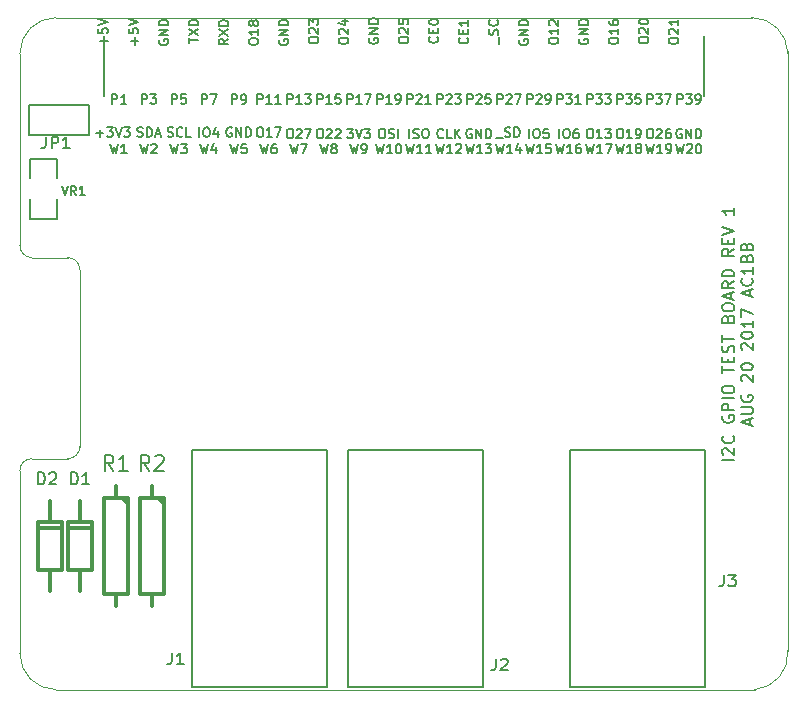
<source format=gto>
G04 (created by PCBNEW (2013-june-11)-stable) date Sun 20 Aug 2017 10:14:19 PM EDT*
%MOIN*%
G04 Gerber Fmt 3.4, Leading zero omitted, Abs format*
%FSLAX34Y34*%
G01*
G70*
G90*
G04 APERTURE LIST*
%ADD10C,0.00590551*%
%ADD11C,0.00787402*%
%ADD12C,0.00393701*%
%ADD13C,0.0125*%
%ADD14C,0.012*%
%ADD15C,0.005*%
%ADD16C,0.008*%
G04 APERTURE END LIST*
G54D10*
G54D11*
X86009Y-60740D02*
X85615Y-60740D01*
X85653Y-60571D02*
X85634Y-60552D01*
X85615Y-60515D01*
X85615Y-60421D01*
X85634Y-60383D01*
X85653Y-60365D01*
X85690Y-60346D01*
X85728Y-60346D01*
X85784Y-60365D01*
X86009Y-60590D01*
X86009Y-60346D01*
X85971Y-59952D02*
X85990Y-59971D01*
X86009Y-60027D01*
X86009Y-60065D01*
X85990Y-60121D01*
X85953Y-60158D01*
X85915Y-60177D01*
X85840Y-60196D01*
X85784Y-60196D01*
X85709Y-60177D01*
X85671Y-60158D01*
X85634Y-60121D01*
X85615Y-60065D01*
X85615Y-60027D01*
X85634Y-59971D01*
X85653Y-59952D01*
X85634Y-59277D02*
X85615Y-59315D01*
X85615Y-59371D01*
X85634Y-59427D01*
X85671Y-59465D01*
X85709Y-59484D01*
X85784Y-59502D01*
X85840Y-59502D01*
X85915Y-59484D01*
X85953Y-59465D01*
X85990Y-59427D01*
X86009Y-59371D01*
X86009Y-59334D01*
X85990Y-59277D01*
X85971Y-59259D01*
X85840Y-59259D01*
X85840Y-59334D01*
X86009Y-59090D02*
X85615Y-59090D01*
X85615Y-58940D01*
X85634Y-58902D01*
X85653Y-58884D01*
X85690Y-58865D01*
X85746Y-58865D01*
X85784Y-58884D01*
X85803Y-58902D01*
X85821Y-58940D01*
X85821Y-59090D01*
X86009Y-58696D02*
X85615Y-58696D01*
X85615Y-58434D02*
X85615Y-58359D01*
X85634Y-58321D01*
X85671Y-58284D01*
X85746Y-58265D01*
X85878Y-58265D01*
X85953Y-58284D01*
X85990Y-58321D01*
X86009Y-58359D01*
X86009Y-58434D01*
X85990Y-58471D01*
X85953Y-58509D01*
X85878Y-58527D01*
X85746Y-58527D01*
X85671Y-58509D01*
X85634Y-58471D01*
X85615Y-58434D01*
X85615Y-57852D02*
X85615Y-57627D01*
X86009Y-57740D02*
X85615Y-57740D01*
X85803Y-57496D02*
X85803Y-57365D01*
X86009Y-57309D02*
X86009Y-57496D01*
X85615Y-57496D01*
X85615Y-57309D01*
X85990Y-57159D02*
X86009Y-57103D01*
X86009Y-57009D01*
X85990Y-56971D01*
X85971Y-56953D01*
X85934Y-56934D01*
X85896Y-56934D01*
X85859Y-56953D01*
X85840Y-56971D01*
X85821Y-57009D01*
X85803Y-57084D01*
X85784Y-57121D01*
X85765Y-57140D01*
X85728Y-57159D01*
X85690Y-57159D01*
X85653Y-57140D01*
X85634Y-57121D01*
X85615Y-57084D01*
X85615Y-56990D01*
X85634Y-56934D01*
X85615Y-56821D02*
X85615Y-56596D01*
X86009Y-56709D02*
X85615Y-56709D01*
X85803Y-56034D02*
X85821Y-55978D01*
X85840Y-55959D01*
X85878Y-55940D01*
X85934Y-55940D01*
X85971Y-55959D01*
X85990Y-55978D01*
X86009Y-56015D01*
X86009Y-56165D01*
X85615Y-56165D01*
X85615Y-56034D01*
X85634Y-55996D01*
X85653Y-55978D01*
X85690Y-55959D01*
X85728Y-55959D01*
X85765Y-55978D01*
X85784Y-55996D01*
X85803Y-56034D01*
X85803Y-56165D01*
X85615Y-55696D02*
X85615Y-55621D01*
X85634Y-55584D01*
X85671Y-55547D01*
X85746Y-55528D01*
X85878Y-55528D01*
X85953Y-55547D01*
X85990Y-55584D01*
X86009Y-55621D01*
X86009Y-55696D01*
X85990Y-55734D01*
X85953Y-55771D01*
X85878Y-55790D01*
X85746Y-55790D01*
X85671Y-55771D01*
X85634Y-55734D01*
X85615Y-55696D01*
X85896Y-55378D02*
X85896Y-55190D01*
X86009Y-55415D02*
X85615Y-55284D01*
X86009Y-55153D01*
X86009Y-54797D02*
X85821Y-54928D01*
X86009Y-55022D02*
X85615Y-55022D01*
X85615Y-54872D01*
X85634Y-54834D01*
X85653Y-54815D01*
X85690Y-54797D01*
X85746Y-54797D01*
X85784Y-54815D01*
X85803Y-54834D01*
X85821Y-54872D01*
X85821Y-55022D01*
X86009Y-54628D02*
X85615Y-54628D01*
X85615Y-54534D01*
X85634Y-54478D01*
X85671Y-54440D01*
X85709Y-54422D01*
X85784Y-54403D01*
X85840Y-54403D01*
X85915Y-54422D01*
X85953Y-54440D01*
X85990Y-54478D01*
X86009Y-54534D01*
X86009Y-54628D01*
X86009Y-53709D02*
X85821Y-53840D01*
X86009Y-53934D02*
X85615Y-53934D01*
X85615Y-53784D01*
X85634Y-53747D01*
X85653Y-53728D01*
X85690Y-53709D01*
X85746Y-53709D01*
X85784Y-53728D01*
X85803Y-53747D01*
X85821Y-53784D01*
X85821Y-53934D01*
X85803Y-53541D02*
X85803Y-53409D01*
X86009Y-53353D02*
X86009Y-53541D01*
X85615Y-53541D01*
X85615Y-53353D01*
X85615Y-53241D02*
X86009Y-53109D01*
X85615Y-52978D01*
X86009Y-52341D02*
X86009Y-52566D01*
X86009Y-52453D02*
X85615Y-52453D01*
X85671Y-52491D01*
X85709Y-52528D01*
X85728Y-52566D01*
X86526Y-59568D02*
X86526Y-59380D01*
X86639Y-59605D02*
X86245Y-59474D01*
X86639Y-59343D01*
X86245Y-59212D02*
X86564Y-59212D01*
X86601Y-59193D01*
X86620Y-59174D01*
X86639Y-59137D01*
X86639Y-59062D01*
X86620Y-59024D01*
X86601Y-59005D01*
X86564Y-58987D01*
X86245Y-58987D01*
X86264Y-58593D02*
X86245Y-58630D01*
X86245Y-58687D01*
X86264Y-58743D01*
X86301Y-58780D01*
X86339Y-58799D01*
X86414Y-58818D01*
X86470Y-58818D01*
X86545Y-58799D01*
X86583Y-58780D01*
X86620Y-58743D01*
X86639Y-58687D01*
X86639Y-58649D01*
X86620Y-58593D01*
X86601Y-58574D01*
X86470Y-58574D01*
X86470Y-58649D01*
X86283Y-58124D02*
X86264Y-58106D01*
X86245Y-58068D01*
X86245Y-57974D01*
X86264Y-57937D01*
X86283Y-57918D01*
X86320Y-57899D01*
X86358Y-57899D01*
X86414Y-57918D01*
X86639Y-58143D01*
X86639Y-57899D01*
X86245Y-57656D02*
X86245Y-57618D01*
X86264Y-57581D01*
X86283Y-57562D01*
X86320Y-57543D01*
X86395Y-57524D01*
X86489Y-57524D01*
X86564Y-57543D01*
X86601Y-57562D01*
X86620Y-57581D01*
X86639Y-57618D01*
X86639Y-57656D01*
X86620Y-57693D01*
X86601Y-57712D01*
X86564Y-57731D01*
X86489Y-57749D01*
X86395Y-57749D01*
X86320Y-57731D01*
X86283Y-57712D01*
X86264Y-57693D01*
X86245Y-57656D01*
X86283Y-57074D02*
X86264Y-57056D01*
X86245Y-57018D01*
X86245Y-56924D01*
X86264Y-56887D01*
X86283Y-56868D01*
X86320Y-56849D01*
X86358Y-56849D01*
X86414Y-56868D01*
X86639Y-57093D01*
X86639Y-56849D01*
X86245Y-56606D02*
X86245Y-56568D01*
X86264Y-56531D01*
X86283Y-56512D01*
X86320Y-56493D01*
X86395Y-56475D01*
X86489Y-56475D01*
X86564Y-56493D01*
X86601Y-56512D01*
X86620Y-56531D01*
X86639Y-56568D01*
X86639Y-56606D01*
X86620Y-56643D01*
X86601Y-56662D01*
X86564Y-56681D01*
X86489Y-56699D01*
X86395Y-56699D01*
X86320Y-56681D01*
X86283Y-56662D01*
X86264Y-56643D01*
X86245Y-56606D01*
X86639Y-56100D02*
X86639Y-56325D01*
X86639Y-56212D02*
X86245Y-56212D01*
X86301Y-56250D01*
X86339Y-56287D01*
X86358Y-56325D01*
X86245Y-55968D02*
X86245Y-55706D01*
X86639Y-55875D01*
X86526Y-55275D02*
X86526Y-55087D01*
X86639Y-55312D02*
X86245Y-55181D01*
X86639Y-55050D01*
X86601Y-54693D02*
X86620Y-54712D01*
X86639Y-54768D01*
X86639Y-54806D01*
X86620Y-54862D01*
X86583Y-54900D01*
X86545Y-54918D01*
X86470Y-54937D01*
X86414Y-54937D01*
X86339Y-54918D01*
X86301Y-54900D01*
X86264Y-54862D01*
X86245Y-54806D01*
X86245Y-54768D01*
X86264Y-54712D01*
X86283Y-54693D01*
X86639Y-54319D02*
X86639Y-54544D01*
X86639Y-54431D02*
X86245Y-54431D01*
X86301Y-54469D01*
X86339Y-54506D01*
X86358Y-54544D01*
X86433Y-54019D02*
X86451Y-53962D01*
X86470Y-53944D01*
X86508Y-53925D01*
X86564Y-53925D01*
X86601Y-53944D01*
X86620Y-53962D01*
X86639Y-54000D01*
X86639Y-54150D01*
X86245Y-54150D01*
X86245Y-54019D01*
X86264Y-53981D01*
X86283Y-53962D01*
X86320Y-53944D01*
X86358Y-53944D01*
X86395Y-53962D01*
X86414Y-53981D01*
X86433Y-54019D01*
X86433Y-54150D01*
X86433Y-53625D02*
X86451Y-53569D01*
X86470Y-53550D01*
X86508Y-53531D01*
X86564Y-53531D01*
X86601Y-53550D01*
X86620Y-53569D01*
X86639Y-53606D01*
X86639Y-53756D01*
X86245Y-53756D01*
X86245Y-53625D01*
X86264Y-53587D01*
X86283Y-53569D01*
X86320Y-53550D01*
X86358Y-53550D01*
X86395Y-53569D01*
X86414Y-53587D01*
X86433Y-53625D01*
X86433Y-53756D01*
G54D12*
X63400Y-68400D02*
X86700Y-68400D01*
X86600Y-46000D02*
X63400Y-46000D01*
X87800Y-47200D02*
G75*
G03X86600Y-46000I-1200J0D01*
G74*
G01*
X62200Y-61100D02*
X62200Y-67200D01*
X62600Y-60700D02*
X63800Y-60700D01*
X64200Y-54400D02*
X64200Y-60300D01*
X62600Y-54000D02*
X63800Y-54000D01*
X62200Y-47200D02*
X62200Y-53600D01*
X63400Y-46000D02*
G75*
G03X62200Y-47200I0J-1200D01*
G74*
G01*
X87800Y-67100D02*
X87800Y-47100D01*
X64200Y-54400D02*
G75*
G03X63800Y-54000I-400J0D01*
G74*
G01*
X63800Y-60700D02*
G75*
G03X64200Y-60300I0J400D01*
G74*
G01*
X62600Y-60700D02*
G75*
G03X62200Y-61100I0J-400D01*
G74*
G01*
X62200Y-53600D02*
G75*
G03X62600Y-54000I400J0D01*
G74*
G01*
X62200Y-67200D02*
G75*
G03X63400Y-68400I1200J0D01*
G74*
G01*
X86700Y-68399D02*
G75*
G03X87799Y-67099I-100J1199D01*
G74*
G01*
G54D10*
X85044Y-60425D02*
X80555Y-60425D01*
X80555Y-60425D02*
X80555Y-68299D01*
X80555Y-68299D02*
X85044Y-68299D01*
X85044Y-68299D02*
X85044Y-60425D01*
X77644Y-60425D02*
X73155Y-60425D01*
X73155Y-60425D02*
X73155Y-68299D01*
X73155Y-68299D02*
X77644Y-68299D01*
X77644Y-68299D02*
X77644Y-60425D01*
X72444Y-60425D02*
X67955Y-60425D01*
X67955Y-60425D02*
X67955Y-68299D01*
X67955Y-68299D02*
X72444Y-68299D01*
X72444Y-68299D02*
X72444Y-60425D01*
X64500Y-49900D02*
X62500Y-49900D01*
X62500Y-49900D02*
X62500Y-48900D01*
X62500Y-48900D02*
X64500Y-48900D01*
X64500Y-48900D02*
X64500Y-49900D01*
G54D13*
X64200Y-62800D02*
X64200Y-62100D01*
X64200Y-64400D02*
X64200Y-65100D01*
X63800Y-63000D02*
X64600Y-63000D01*
X63800Y-64400D02*
X64600Y-64400D01*
X64600Y-64400D02*
X64600Y-62800D01*
X64600Y-62800D02*
X63800Y-62800D01*
X63800Y-62800D02*
X63800Y-64400D01*
X63200Y-62800D02*
X63200Y-62100D01*
X63200Y-64400D02*
X63200Y-65100D01*
X62800Y-63000D02*
X63600Y-63000D01*
X62800Y-64400D02*
X63600Y-64400D01*
X63600Y-64400D02*
X63600Y-62800D01*
X63600Y-62800D02*
X62800Y-62800D01*
X62800Y-62800D02*
X62800Y-64400D01*
G54D14*
X66600Y-61600D02*
X66600Y-62000D01*
X66600Y-62000D02*
X67000Y-62000D01*
X67000Y-62000D02*
X67000Y-65200D01*
X67000Y-65200D02*
X66200Y-65200D01*
X66200Y-65200D02*
X66200Y-62000D01*
X66200Y-62000D02*
X66600Y-62000D01*
X66800Y-62000D02*
X67000Y-62200D01*
X66600Y-65600D02*
X66600Y-65200D01*
X65400Y-61600D02*
X65400Y-62000D01*
X65400Y-62000D02*
X65800Y-62000D01*
X65800Y-62000D02*
X65800Y-65200D01*
X65800Y-65200D02*
X65000Y-65200D01*
X65000Y-65200D02*
X65000Y-62000D01*
X65000Y-62000D02*
X65400Y-62000D01*
X65600Y-62000D02*
X65800Y-62200D01*
X65400Y-65600D02*
X65400Y-65200D01*
G54D15*
X63450Y-50700D02*
X62550Y-50700D01*
X62550Y-50700D02*
X62550Y-51350D01*
X63450Y-52050D02*
X63450Y-52700D01*
X63450Y-52700D02*
X62550Y-52700D01*
X62550Y-52700D02*
X62550Y-52050D01*
X63450Y-51350D02*
X63450Y-50700D01*
G54D10*
X65000Y-48600D02*
X65000Y-46600D01*
X85000Y-46600D02*
X85000Y-48600D01*
X85668Y-64565D02*
X85668Y-64846D01*
X85650Y-64903D01*
X85612Y-64940D01*
X85556Y-64959D01*
X85518Y-64959D01*
X85818Y-64565D02*
X86062Y-64565D01*
X85931Y-64715D01*
X85987Y-64715D01*
X86024Y-64734D01*
X86043Y-64753D01*
X86062Y-64790D01*
X86062Y-64884D01*
X86043Y-64921D01*
X86024Y-64940D01*
X85987Y-64959D01*
X85874Y-64959D01*
X85837Y-64940D01*
X85818Y-64921D01*
X78068Y-67365D02*
X78068Y-67646D01*
X78050Y-67703D01*
X78012Y-67740D01*
X77956Y-67759D01*
X77918Y-67759D01*
X78237Y-67403D02*
X78256Y-67384D01*
X78293Y-67365D01*
X78387Y-67365D01*
X78424Y-67384D01*
X78443Y-67403D01*
X78462Y-67440D01*
X78462Y-67478D01*
X78443Y-67534D01*
X78218Y-67759D01*
X78462Y-67759D01*
X67268Y-67165D02*
X67268Y-67446D01*
X67250Y-67503D01*
X67212Y-67540D01*
X67156Y-67559D01*
X67118Y-67559D01*
X67662Y-67559D02*
X67437Y-67559D01*
X67549Y-67559D02*
X67549Y-67165D01*
X67512Y-67221D01*
X67474Y-67259D01*
X67437Y-67278D01*
X63071Y-49965D02*
X63071Y-50246D01*
X63053Y-50303D01*
X63015Y-50340D01*
X62959Y-50359D01*
X62921Y-50359D01*
X63259Y-50359D02*
X63259Y-49965D01*
X63409Y-49965D01*
X63446Y-49984D01*
X63465Y-50003D01*
X63484Y-50040D01*
X63484Y-50096D01*
X63465Y-50134D01*
X63446Y-50153D01*
X63409Y-50171D01*
X63259Y-50171D01*
X63859Y-50359D02*
X63634Y-50359D01*
X63746Y-50359D02*
X63746Y-49965D01*
X63709Y-50021D01*
X63671Y-50059D01*
X63634Y-50078D01*
G54D16*
X63904Y-61561D02*
X63904Y-61161D01*
X64000Y-61161D01*
X64057Y-61180D01*
X64095Y-61219D01*
X64114Y-61257D01*
X64133Y-61333D01*
X64133Y-61390D01*
X64114Y-61466D01*
X64095Y-61504D01*
X64057Y-61542D01*
X64000Y-61561D01*
X63904Y-61561D01*
X64514Y-61561D02*
X64285Y-61561D01*
X64400Y-61561D02*
X64400Y-61161D01*
X64361Y-61219D01*
X64323Y-61257D01*
X64285Y-61276D01*
X62804Y-61561D02*
X62804Y-61161D01*
X62900Y-61161D01*
X62957Y-61180D01*
X62995Y-61219D01*
X63014Y-61257D01*
X63033Y-61333D01*
X63033Y-61390D01*
X63014Y-61466D01*
X62995Y-61504D01*
X62957Y-61542D01*
X62900Y-61561D01*
X62804Y-61561D01*
X63185Y-61200D02*
X63204Y-61180D01*
X63242Y-61161D01*
X63338Y-61161D01*
X63376Y-61180D01*
X63395Y-61200D01*
X63414Y-61238D01*
X63414Y-61276D01*
X63395Y-61333D01*
X63166Y-61561D01*
X63414Y-61561D01*
X66516Y-61122D02*
X66350Y-60860D01*
X66230Y-61122D02*
X66230Y-60572D01*
X66421Y-60572D01*
X66469Y-60598D01*
X66492Y-60625D01*
X66516Y-60677D01*
X66516Y-60755D01*
X66492Y-60808D01*
X66469Y-60834D01*
X66421Y-60860D01*
X66230Y-60860D01*
X66707Y-60625D02*
X66730Y-60598D01*
X66778Y-60572D01*
X66897Y-60572D01*
X66945Y-60598D01*
X66969Y-60625D01*
X66992Y-60677D01*
X66992Y-60729D01*
X66969Y-60808D01*
X66683Y-61122D01*
X66992Y-61122D01*
X65316Y-61122D02*
X65150Y-60860D01*
X65030Y-61122D02*
X65030Y-60572D01*
X65221Y-60572D01*
X65269Y-60598D01*
X65292Y-60625D01*
X65316Y-60677D01*
X65316Y-60755D01*
X65292Y-60808D01*
X65269Y-60834D01*
X65221Y-60860D01*
X65030Y-60860D01*
X65792Y-61122D02*
X65507Y-61122D01*
X65650Y-61122D02*
X65650Y-60572D01*
X65602Y-60651D01*
X65554Y-60703D01*
X65507Y-60729D01*
G54D15*
X63607Y-51621D02*
X63707Y-51921D01*
X63807Y-51621D01*
X64078Y-51921D02*
X63978Y-51778D01*
X63907Y-51921D02*
X63907Y-51621D01*
X64021Y-51621D01*
X64050Y-51635D01*
X64064Y-51650D01*
X64078Y-51678D01*
X64078Y-51721D01*
X64064Y-51750D01*
X64050Y-51764D01*
X64021Y-51778D01*
X63907Y-51778D01*
X64364Y-51921D02*
X64192Y-51921D01*
X64278Y-51921D02*
X64278Y-51621D01*
X64250Y-51664D01*
X64221Y-51692D01*
X64192Y-51707D01*
G54D10*
X73852Y-46689D02*
X73837Y-46719D01*
X73837Y-46764D01*
X73852Y-46809D01*
X73882Y-46839D01*
X73912Y-46854D01*
X73972Y-46869D01*
X74017Y-46869D01*
X74077Y-46854D01*
X74107Y-46839D01*
X74137Y-46809D01*
X74152Y-46764D01*
X74152Y-46734D01*
X74137Y-46689D01*
X74122Y-46674D01*
X74017Y-46674D01*
X74017Y-46734D01*
X74152Y-46539D02*
X73837Y-46539D01*
X74152Y-46360D01*
X73837Y-46360D01*
X74152Y-46210D02*
X73837Y-46210D01*
X73837Y-46135D01*
X73852Y-46090D01*
X73882Y-46060D01*
X73912Y-46045D01*
X73972Y-46030D01*
X74017Y-46030D01*
X74077Y-46045D01*
X74107Y-46060D01*
X74137Y-46090D01*
X74152Y-46135D01*
X74152Y-46210D01*
X72837Y-46804D02*
X72837Y-46744D01*
X72852Y-46714D01*
X72882Y-46684D01*
X72942Y-46669D01*
X73047Y-46669D01*
X73107Y-46684D01*
X73137Y-46714D01*
X73152Y-46744D01*
X73152Y-46804D01*
X73137Y-46834D01*
X73107Y-46864D01*
X73047Y-46879D01*
X72942Y-46879D01*
X72882Y-46864D01*
X72852Y-46834D01*
X72837Y-46804D01*
X72867Y-46549D02*
X72852Y-46534D01*
X72837Y-46504D01*
X72837Y-46430D01*
X72852Y-46400D01*
X72867Y-46385D01*
X72897Y-46370D01*
X72927Y-46370D01*
X72972Y-46385D01*
X73152Y-46564D01*
X73152Y-46370D01*
X72942Y-46100D02*
X73152Y-46100D01*
X72822Y-46175D02*
X73047Y-46250D01*
X73047Y-46055D01*
X71837Y-46779D02*
X71837Y-46719D01*
X71852Y-46689D01*
X71882Y-46659D01*
X71942Y-46644D01*
X72047Y-46644D01*
X72107Y-46659D01*
X72137Y-46689D01*
X72152Y-46719D01*
X72152Y-46779D01*
X72137Y-46809D01*
X72107Y-46839D01*
X72047Y-46854D01*
X71942Y-46854D01*
X71882Y-46839D01*
X71852Y-46809D01*
X71837Y-46779D01*
X71867Y-46524D02*
X71852Y-46509D01*
X71837Y-46479D01*
X71837Y-46405D01*
X71852Y-46375D01*
X71867Y-46360D01*
X71897Y-46345D01*
X71927Y-46345D01*
X71972Y-46360D01*
X72152Y-46539D01*
X72152Y-46345D01*
X71837Y-46240D02*
X71837Y-46045D01*
X71957Y-46150D01*
X71957Y-46105D01*
X71972Y-46075D01*
X71987Y-46060D01*
X72017Y-46045D01*
X72092Y-46045D01*
X72122Y-46060D01*
X72137Y-46075D01*
X72152Y-46105D01*
X72152Y-46195D01*
X72137Y-46225D01*
X72122Y-46240D01*
X70852Y-46739D02*
X70837Y-46769D01*
X70837Y-46814D01*
X70852Y-46859D01*
X70882Y-46889D01*
X70912Y-46904D01*
X70972Y-46919D01*
X71017Y-46919D01*
X71077Y-46904D01*
X71107Y-46889D01*
X71137Y-46859D01*
X71152Y-46814D01*
X71152Y-46784D01*
X71137Y-46739D01*
X71122Y-46724D01*
X71017Y-46724D01*
X71017Y-46784D01*
X71152Y-46589D02*
X70837Y-46589D01*
X71152Y-46410D01*
X70837Y-46410D01*
X71152Y-46260D02*
X70837Y-46260D01*
X70837Y-46185D01*
X70852Y-46140D01*
X70882Y-46110D01*
X70912Y-46095D01*
X70972Y-46080D01*
X71017Y-46080D01*
X71077Y-46095D01*
X71107Y-46110D01*
X71137Y-46140D01*
X71152Y-46185D01*
X71152Y-46260D01*
X69837Y-46829D02*
X69837Y-46769D01*
X69852Y-46739D01*
X69882Y-46709D01*
X69942Y-46694D01*
X70047Y-46694D01*
X70107Y-46709D01*
X70137Y-46739D01*
X70152Y-46769D01*
X70152Y-46829D01*
X70137Y-46859D01*
X70107Y-46889D01*
X70047Y-46904D01*
X69942Y-46904D01*
X69882Y-46889D01*
X69852Y-46859D01*
X69837Y-46829D01*
X70152Y-46395D02*
X70152Y-46574D01*
X70152Y-46485D02*
X69837Y-46485D01*
X69882Y-46514D01*
X69912Y-46544D01*
X69927Y-46574D01*
X69972Y-46215D02*
X69957Y-46245D01*
X69942Y-46260D01*
X69912Y-46275D01*
X69897Y-46275D01*
X69867Y-46260D01*
X69852Y-46245D01*
X69837Y-46215D01*
X69837Y-46155D01*
X69852Y-46125D01*
X69867Y-46110D01*
X69897Y-46095D01*
X69912Y-46095D01*
X69942Y-46110D01*
X69957Y-46125D01*
X69972Y-46155D01*
X69972Y-46215D01*
X69987Y-46245D01*
X70002Y-46260D01*
X70032Y-46275D01*
X70092Y-46275D01*
X70122Y-46260D01*
X70137Y-46245D01*
X70152Y-46215D01*
X70152Y-46155D01*
X70137Y-46125D01*
X70122Y-46110D01*
X70092Y-46095D01*
X70032Y-46095D01*
X70002Y-46110D01*
X69987Y-46125D01*
X69972Y-46155D01*
X69152Y-46709D02*
X69002Y-46814D01*
X69152Y-46889D02*
X68837Y-46889D01*
X68837Y-46769D01*
X68852Y-46739D01*
X68867Y-46724D01*
X68897Y-46709D01*
X68942Y-46709D01*
X68972Y-46724D01*
X68987Y-46739D01*
X69002Y-46769D01*
X69002Y-46889D01*
X68837Y-46604D02*
X69152Y-46395D01*
X68837Y-46395D02*
X69152Y-46604D01*
X69152Y-46275D02*
X68837Y-46275D01*
X68837Y-46200D01*
X68852Y-46155D01*
X68882Y-46125D01*
X68912Y-46110D01*
X68972Y-46095D01*
X69017Y-46095D01*
X69077Y-46110D01*
X69107Y-46125D01*
X69137Y-46155D01*
X69152Y-46200D01*
X69152Y-46275D01*
X67837Y-46847D02*
X67837Y-46667D01*
X68152Y-46757D02*
X67837Y-46757D01*
X67837Y-46592D02*
X68152Y-46382D01*
X67837Y-46382D02*
X68152Y-46592D01*
X68152Y-46262D02*
X67837Y-46262D01*
X67837Y-46187D01*
X67852Y-46142D01*
X67882Y-46112D01*
X67912Y-46097D01*
X67972Y-46082D01*
X68017Y-46082D01*
X68077Y-46097D01*
X68107Y-46112D01*
X68137Y-46142D01*
X68152Y-46187D01*
X68152Y-46262D01*
X66852Y-46739D02*
X66837Y-46769D01*
X66837Y-46814D01*
X66852Y-46859D01*
X66882Y-46889D01*
X66912Y-46904D01*
X66972Y-46919D01*
X67017Y-46919D01*
X67077Y-46904D01*
X67107Y-46889D01*
X67137Y-46859D01*
X67152Y-46814D01*
X67152Y-46784D01*
X67137Y-46739D01*
X67122Y-46724D01*
X67017Y-46724D01*
X67017Y-46784D01*
X67152Y-46589D02*
X66837Y-46589D01*
X67152Y-46410D01*
X66837Y-46410D01*
X67152Y-46260D02*
X66837Y-46260D01*
X66837Y-46185D01*
X66852Y-46140D01*
X66882Y-46110D01*
X66912Y-46095D01*
X66972Y-46080D01*
X67017Y-46080D01*
X67077Y-46095D01*
X67107Y-46110D01*
X67137Y-46140D01*
X67152Y-46185D01*
X67152Y-46260D01*
X66032Y-46904D02*
X66032Y-46664D01*
X66152Y-46784D02*
X65912Y-46784D01*
X65837Y-46365D02*
X65837Y-46514D01*
X65987Y-46529D01*
X65972Y-46514D01*
X65957Y-46485D01*
X65957Y-46410D01*
X65972Y-46380D01*
X65987Y-46365D01*
X66017Y-46350D01*
X66092Y-46350D01*
X66122Y-46365D01*
X66137Y-46380D01*
X66152Y-46410D01*
X66152Y-46485D01*
X66137Y-46514D01*
X66122Y-46529D01*
X65837Y-46260D02*
X66152Y-46155D01*
X65837Y-46050D01*
X65007Y-46904D02*
X65007Y-46664D01*
X65127Y-46784D02*
X64887Y-46784D01*
X64812Y-46365D02*
X64812Y-46514D01*
X64962Y-46529D01*
X64947Y-46514D01*
X64932Y-46485D01*
X64932Y-46410D01*
X64947Y-46380D01*
X64962Y-46365D01*
X64992Y-46350D01*
X65067Y-46350D01*
X65097Y-46365D01*
X65112Y-46380D01*
X65127Y-46410D01*
X65127Y-46485D01*
X65112Y-46514D01*
X65097Y-46529D01*
X64812Y-46260D02*
X65127Y-46155D01*
X64812Y-46050D01*
X71117Y-48877D02*
X71117Y-48562D01*
X71237Y-48562D01*
X71267Y-48577D01*
X71282Y-48592D01*
X71297Y-48622D01*
X71297Y-48667D01*
X71282Y-48697D01*
X71267Y-48712D01*
X71237Y-48727D01*
X71117Y-48727D01*
X71597Y-48877D02*
X71417Y-48877D01*
X71507Y-48877D02*
X71507Y-48562D01*
X71477Y-48607D01*
X71447Y-48637D01*
X71417Y-48652D01*
X71702Y-48562D02*
X71897Y-48562D01*
X71792Y-48682D01*
X71837Y-48682D01*
X71867Y-48697D01*
X71882Y-48712D01*
X71897Y-48742D01*
X71897Y-48817D01*
X71882Y-48847D01*
X71867Y-48862D01*
X71837Y-48877D01*
X71747Y-48877D01*
X71717Y-48862D01*
X71702Y-48847D01*
X71170Y-49712D02*
X71230Y-49712D01*
X71260Y-49727D01*
X71290Y-49757D01*
X71305Y-49817D01*
X71305Y-49922D01*
X71290Y-49982D01*
X71260Y-50012D01*
X71230Y-50027D01*
X71170Y-50027D01*
X71140Y-50012D01*
X71110Y-49982D01*
X71095Y-49922D01*
X71095Y-49817D01*
X71110Y-49757D01*
X71140Y-49727D01*
X71170Y-49712D01*
X71425Y-49742D02*
X71440Y-49727D01*
X71470Y-49712D01*
X71544Y-49712D01*
X71574Y-49727D01*
X71589Y-49742D01*
X71604Y-49772D01*
X71604Y-49802D01*
X71589Y-49847D01*
X71410Y-50027D01*
X71604Y-50027D01*
X71709Y-49712D02*
X71919Y-49712D01*
X71784Y-50027D01*
X70117Y-48877D02*
X70117Y-48562D01*
X70237Y-48562D01*
X70267Y-48577D01*
X70282Y-48592D01*
X70297Y-48622D01*
X70297Y-48667D01*
X70282Y-48697D01*
X70267Y-48712D01*
X70237Y-48727D01*
X70117Y-48727D01*
X70597Y-48877D02*
X70417Y-48877D01*
X70507Y-48877D02*
X70507Y-48562D01*
X70477Y-48607D01*
X70447Y-48637D01*
X70417Y-48652D01*
X70897Y-48877D02*
X70717Y-48877D01*
X70807Y-48877D02*
X70807Y-48562D01*
X70777Y-48607D01*
X70747Y-48637D01*
X70717Y-48652D01*
X70170Y-49662D02*
X70230Y-49662D01*
X70260Y-49677D01*
X70290Y-49707D01*
X70305Y-49767D01*
X70305Y-49872D01*
X70290Y-49932D01*
X70260Y-49962D01*
X70230Y-49977D01*
X70170Y-49977D01*
X70140Y-49962D01*
X70110Y-49932D01*
X70095Y-49872D01*
X70095Y-49767D01*
X70110Y-49707D01*
X70140Y-49677D01*
X70170Y-49662D01*
X70604Y-49977D02*
X70425Y-49977D01*
X70514Y-49977D02*
X70514Y-49662D01*
X70485Y-49707D01*
X70455Y-49737D01*
X70425Y-49752D01*
X70709Y-49662D02*
X70919Y-49662D01*
X70784Y-49977D01*
X69267Y-48877D02*
X69267Y-48562D01*
X69387Y-48562D01*
X69417Y-48577D01*
X69432Y-48592D01*
X69447Y-48622D01*
X69447Y-48667D01*
X69432Y-48697D01*
X69417Y-48712D01*
X69387Y-48727D01*
X69267Y-48727D01*
X69597Y-48877D02*
X69657Y-48877D01*
X69687Y-48862D01*
X69702Y-48847D01*
X69732Y-48802D01*
X69747Y-48742D01*
X69747Y-48622D01*
X69732Y-48592D01*
X69717Y-48577D01*
X69687Y-48562D01*
X69627Y-48562D01*
X69597Y-48577D01*
X69582Y-48592D01*
X69567Y-48622D01*
X69567Y-48697D01*
X69582Y-48727D01*
X69597Y-48742D01*
X69627Y-48757D01*
X69687Y-48757D01*
X69717Y-48742D01*
X69732Y-48727D01*
X69747Y-48697D01*
X69260Y-49677D02*
X69230Y-49662D01*
X69185Y-49662D01*
X69140Y-49677D01*
X69110Y-49707D01*
X69095Y-49737D01*
X69080Y-49797D01*
X69080Y-49842D01*
X69095Y-49902D01*
X69110Y-49932D01*
X69140Y-49962D01*
X69185Y-49977D01*
X69215Y-49977D01*
X69260Y-49962D01*
X69275Y-49947D01*
X69275Y-49842D01*
X69215Y-49842D01*
X69410Y-49977D02*
X69410Y-49662D01*
X69589Y-49977D01*
X69589Y-49662D01*
X69739Y-49977D02*
X69739Y-49662D01*
X69814Y-49662D01*
X69859Y-49677D01*
X69889Y-49707D01*
X69904Y-49737D01*
X69919Y-49797D01*
X69919Y-49842D01*
X69904Y-49902D01*
X69889Y-49932D01*
X69859Y-49962D01*
X69814Y-49977D01*
X69739Y-49977D01*
X68267Y-48877D02*
X68267Y-48562D01*
X68387Y-48562D01*
X68417Y-48577D01*
X68432Y-48592D01*
X68447Y-48622D01*
X68447Y-48667D01*
X68432Y-48697D01*
X68417Y-48712D01*
X68387Y-48727D01*
X68267Y-48727D01*
X68552Y-48562D02*
X68762Y-48562D01*
X68627Y-48877D01*
X68185Y-49977D02*
X68185Y-49662D01*
X68395Y-49662D02*
X68455Y-49662D01*
X68485Y-49677D01*
X68514Y-49707D01*
X68529Y-49767D01*
X68529Y-49872D01*
X68514Y-49932D01*
X68485Y-49962D01*
X68455Y-49977D01*
X68395Y-49977D01*
X68365Y-49962D01*
X68335Y-49932D01*
X68320Y-49872D01*
X68320Y-49767D01*
X68335Y-49707D01*
X68365Y-49677D01*
X68395Y-49662D01*
X68799Y-49767D02*
X68799Y-49977D01*
X68724Y-49647D02*
X68649Y-49872D01*
X68844Y-49872D01*
X67267Y-48877D02*
X67267Y-48562D01*
X67387Y-48562D01*
X67417Y-48577D01*
X67432Y-48592D01*
X67447Y-48622D01*
X67447Y-48667D01*
X67432Y-48697D01*
X67417Y-48712D01*
X67387Y-48727D01*
X67267Y-48727D01*
X67732Y-48562D02*
X67582Y-48562D01*
X67567Y-48712D01*
X67582Y-48697D01*
X67612Y-48682D01*
X67687Y-48682D01*
X67717Y-48697D01*
X67732Y-48712D01*
X67747Y-48742D01*
X67747Y-48817D01*
X67732Y-48847D01*
X67717Y-48862D01*
X67687Y-48877D01*
X67612Y-48877D01*
X67582Y-48862D01*
X67567Y-48847D01*
X67125Y-49962D02*
X67170Y-49977D01*
X67245Y-49977D01*
X67275Y-49962D01*
X67290Y-49947D01*
X67305Y-49917D01*
X67305Y-49887D01*
X67290Y-49857D01*
X67275Y-49842D01*
X67245Y-49827D01*
X67185Y-49812D01*
X67155Y-49797D01*
X67140Y-49782D01*
X67125Y-49752D01*
X67125Y-49722D01*
X67140Y-49692D01*
X67155Y-49677D01*
X67185Y-49662D01*
X67260Y-49662D01*
X67305Y-49677D01*
X67619Y-49947D02*
X67604Y-49962D01*
X67559Y-49977D01*
X67529Y-49977D01*
X67485Y-49962D01*
X67455Y-49932D01*
X67440Y-49902D01*
X67425Y-49842D01*
X67425Y-49797D01*
X67440Y-49737D01*
X67455Y-49707D01*
X67485Y-49677D01*
X67529Y-49662D01*
X67559Y-49662D01*
X67604Y-49677D01*
X67619Y-49692D01*
X67904Y-49977D02*
X67754Y-49977D01*
X67754Y-49662D01*
X65267Y-48877D02*
X65267Y-48562D01*
X65387Y-48562D01*
X65417Y-48577D01*
X65432Y-48592D01*
X65447Y-48622D01*
X65447Y-48667D01*
X65432Y-48697D01*
X65417Y-48712D01*
X65387Y-48727D01*
X65267Y-48727D01*
X65747Y-48877D02*
X65567Y-48877D01*
X65657Y-48877D02*
X65657Y-48562D01*
X65627Y-48607D01*
X65597Y-48637D01*
X65567Y-48652D01*
X64745Y-49857D02*
X64985Y-49857D01*
X64865Y-49977D02*
X64865Y-49737D01*
X65105Y-49662D02*
X65300Y-49662D01*
X65195Y-49782D01*
X65240Y-49782D01*
X65270Y-49797D01*
X65285Y-49812D01*
X65300Y-49842D01*
X65300Y-49917D01*
X65285Y-49947D01*
X65270Y-49962D01*
X65240Y-49977D01*
X65150Y-49977D01*
X65120Y-49962D01*
X65105Y-49947D01*
X65389Y-49662D02*
X65494Y-49977D01*
X65599Y-49662D01*
X65674Y-49662D02*
X65869Y-49662D01*
X65764Y-49782D01*
X65809Y-49782D01*
X65839Y-49797D01*
X65854Y-49812D01*
X65869Y-49842D01*
X65869Y-49917D01*
X65854Y-49947D01*
X65839Y-49962D01*
X65809Y-49977D01*
X65719Y-49977D01*
X65689Y-49962D01*
X65674Y-49947D01*
X66267Y-48877D02*
X66267Y-48562D01*
X66387Y-48562D01*
X66417Y-48577D01*
X66432Y-48592D01*
X66447Y-48622D01*
X66447Y-48667D01*
X66432Y-48697D01*
X66417Y-48712D01*
X66387Y-48727D01*
X66267Y-48727D01*
X66552Y-48562D02*
X66747Y-48562D01*
X66642Y-48682D01*
X66687Y-48682D01*
X66717Y-48697D01*
X66732Y-48712D01*
X66747Y-48742D01*
X66747Y-48817D01*
X66732Y-48847D01*
X66717Y-48862D01*
X66687Y-48877D01*
X66597Y-48877D01*
X66567Y-48862D01*
X66552Y-48847D01*
X66117Y-49962D02*
X66162Y-49977D01*
X66237Y-49977D01*
X66267Y-49962D01*
X66282Y-49947D01*
X66297Y-49917D01*
X66297Y-49887D01*
X66282Y-49857D01*
X66267Y-49842D01*
X66237Y-49827D01*
X66177Y-49812D01*
X66147Y-49797D01*
X66132Y-49782D01*
X66117Y-49752D01*
X66117Y-49722D01*
X66132Y-49692D01*
X66147Y-49677D01*
X66177Y-49662D01*
X66252Y-49662D01*
X66297Y-49677D01*
X66432Y-49977D02*
X66432Y-49662D01*
X66507Y-49662D01*
X66552Y-49677D01*
X66582Y-49707D01*
X66597Y-49737D01*
X66612Y-49797D01*
X66612Y-49842D01*
X66597Y-49902D01*
X66582Y-49932D01*
X66552Y-49962D01*
X66507Y-49977D01*
X66432Y-49977D01*
X66732Y-49887D02*
X66882Y-49887D01*
X66702Y-49977D02*
X66807Y-49662D01*
X66912Y-49977D01*
X76117Y-48877D02*
X76117Y-48562D01*
X76237Y-48562D01*
X76267Y-48577D01*
X76282Y-48592D01*
X76297Y-48622D01*
X76297Y-48667D01*
X76282Y-48697D01*
X76267Y-48712D01*
X76237Y-48727D01*
X76117Y-48727D01*
X76417Y-48592D02*
X76432Y-48577D01*
X76462Y-48562D01*
X76537Y-48562D01*
X76567Y-48577D01*
X76582Y-48592D01*
X76597Y-48622D01*
X76597Y-48652D01*
X76582Y-48697D01*
X76402Y-48877D01*
X76597Y-48877D01*
X76702Y-48562D02*
X76897Y-48562D01*
X76792Y-48682D01*
X76837Y-48682D01*
X76867Y-48697D01*
X76882Y-48712D01*
X76897Y-48742D01*
X76897Y-48817D01*
X76882Y-48847D01*
X76867Y-48862D01*
X76837Y-48877D01*
X76747Y-48877D01*
X76717Y-48862D01*
X76702Y-48847D01*
X76312Y-49997D02*
X76297Y-50012D01*
X76252Y-50027D01*
X76222Y-50027D01*
X76177Y-50012D01*
X76147Y-49982D01*
X76132Y-49952D01*
X76117Y-49892D01*
X76117Y-49847D01*
X76132Y-49787D01*
X76147Y-49757D01*
X76177Y-49727D01*
X76222Y-49712D01*
X76252Y-49712D01*
X76297Y-49727D01*
X76312Y-49742D01*
X76597Y-50027D02*
X76447Y-50027D01*
X76447Y-49712D01*
X76702Y-50027D02*
X76702Y-49712D01*
X76882Y-50027D02*
X76747Y-49847D01*
X76882Y-49712D02*
X76702Y-49892D01*
X75117Y-48877D02*
X75117Y-48562D01*
X75237Y-48562D01*
X75267Y-48577D01*
X75282Y-48592D01*
X75297Y-48622D01*
X75297Y-48667D01*
X75282Y-48697D01*
X75267Y-48712D01*
X75237Y-48727D01*
X75117Y-48727D01*
X75417Y-48592D02*
X75432Y-48577D01*
X75462Y-48562D01*
X75537Y-48562D01*
X75567Y-48577D01*
X75582Y-48592D01*
X75597Y-48622D01*
X75597Y-48652D01*
X75582Y-48697D01*
X75402Y-48877D01*
X75597Y-48877D01*
X75897Y-48877D02*
X75717Y-48877D01*
X75807Y-48877D02*
X75807Y-48562D01*
X75777Y-48607D01*
X75747Y-48637D01*
X75717Y-48652D01*
X75185Y-50027D02*
X75185Y-49712D01*
X75320Y-50012D02*
X75365Y-50027D01*
X75440Y-50027D01*
X75470Y-50012D01*
X75485Y-49997D01*
X75500Y-49967D01*
X75500Y-49937D01*
X75485Y-49907D01*
X75470Y-49892D01*
X75440Y-49877D01*
X75380Y-49862D01*
X75350Y-49847D01*
X75335Y-49832D01*
X75320Y-49802D01*
X75320Y-49772D01*
X75335Y-49742D01*
X75350Y-49727D01*
X75380Y-49712D01*
X75455Y-49712D01*
X75500Y-49727D01*
X75694Y-49712D02*
X75754Y-49712D01*
X75784Y-49727D01*
X75814Y-49757D01*
X75829Y-49817D01*
X75829Y-49922D01*
X75814Y-49982D01*
X75784Y-50012D01*
X75754Y-50027D01*
X75694Y-50027D01*
X75664Y-50012D01*
X75634Y-49982D01*
X75619Y-49922D01*
X75619Y-49817D01*
X75634Y-49757D01*
X75664Y-49727D01*
X75694Y-49712D01*
X76122Y-46644D02*
X76137Y-46659D01*
X76152Y-46704D01*
X76152Y-46734D01*
X76137Y-46779D01*
X76107Y-46809D01*
X76077Y-46824D01*
X76017Y-46839D01*
X75972Y-46839D01*
X75912Y-46824D01*
X75882Y-46809D01*
X75852Y-46779D01*
X75837Y-46734D01*
X75837Y-46704D01*
X75852Y-46659D01*
X75867Y-46644D01*
X75987Y-46509D02*
X75987Y-46405D01*
X76152Y-46360D02*
X76152Y-46509D01*
X75837Y-46509D01*
X75837Y-46360D01*
X75837Y-46165D02*
X75837Y-46135D01*
X75852Y-46105D01*
X75867Y-46090D01*
X75897Y-46075D01*
X75957Y-46060D01*
X76032Y-46060D01*
X76092Y-46075D01*
X76122Y-46090D01*
X76137Y-46105D01*
X76152Y-46135D01*
X76152Y-46165D01*
X76137Y-46195D01*
X76122Y-46210D01*
X76092Y-46225D01*
X76032Y-46240D01*
X75957Y-46240D01*
X75897Y-46225D01*
X75867Y-46210D01*
X75852Y-46195D01*
X75837Y-46165D01*
X84117Y-48877D02*
X84117Y-48562D01*
X84237Y-48562D01*
X84267Y-48577D01*
X84282Y-48592D01*
X84297Y-48622D01*
X84297Y-48667D01*
X84282Y-48697D01*
X84267Y-48712D01*
X84237Y-48727D01*
X84117Y-48727D01*
X84402Y-48562D02*
X84597Y-48562D01*
X84492Y-48682D01*
X84537Y-48682D01*
X84567Y-48697D01*
X84582Y-48712D01*
X84597Y-48742D01*
X84597Y-48817D01*
X84582Y-48847D01*
X84567Y-48862D01*
X84537Y-48877D01*
X84447Y-48877D01*
X84417Y-48862D01*
X84402Y-48847D01*
X84747Y-48877D02*
X84807Y-48877D01*
X84837Y-48862D01*
X84852Y-48847D01*
X84882Y-48802D01*
X84897Y-48742D01*
X84897Y-48622D01*
X84882Y-48592D01*
X84867Y-48577D01*
X84837Y-48562D01*
X84777Y-48562D01*
X84747Y-48577D01*
X84732Y-48592D01*
X84717Y-48622D01*
X84717Y-48697D01*
X84732Y-48727D01*
X84747Y-48742D01*
X84777Y-48757D01*
X84837Y-48757D01*
X84867Y-48742D01*
X84882Y-48727D01*
X84897Y-48697D01*
X84260Y-49727D02*
X84230Y-49712D01*
X84185Y-49712D01*
X84140Y-49727D01*
X84110Y-49757D01*
X84095Y-49787D01*
X84080Y-49847D01*
X84080Y-49892D01*
X84095Y-49952D01*
X84110Y-49982D01*
X84140Y-50012D01*
X84185Y-50027D01*
X84215Y-50027D01*
X84260Y-50012D01*
X84275Y-49997D01*
X84275Y-49892D01*
X84215Y-49892D01*
X84410Y-50027D02*
X84410Y-49712D01*
X84589Y-50027D01*
X84589Y-49712D01*
X84739Y-50027D02*
X84739Y-49712D01*
X84814Y-49712D01*
X84859Y-49727D01*
X84889Y-49757D01*
X84904Y-49787D01*
X84919Y-49847D01*
X84919Y-49892D01*
X84904Y-49952D01*
X84889Y-49982D01*
X84859Y-50012D01*
X84814Y-50027D01*
X84739Y-50027D01*
X83117Y-48877D02*
X83117Y-48562D01*
X83237Y-48562D01*
X83267Y-48577D01*
X83282Y-48592D01*
X83297Y-48622D01*
X83297Y-48667D01*
X83282Y-48697D01*
X83267Y-48712D01*
X83237Y-48727D01*
X83117Y-48727D01*
X83402Y-48562D02*
X83597Y-48562D01*
X83492Y-48682D01*
X83537Y-48682D01*
X83567Y-48697D01*
X83582Y-48712D01*
X83597Y-48742D01*
X83597Y-48817D01*
X83582Y-48847D01*
X83567Y-48862D01*
X83537Y-48877D01*
X83447Y-48877D01*
X83417Y-48862D01*
X83402Y-48847D01*
X83702Y-48562D02*
X83912Y-48562D01*
X83777Y-48877D01*
X83170Y-49712D02*
X83230Y-49712D01*
X83260Y-49727D01*
X83290Y-49757D01*
X83305Y-49817D01*
X83305Y-49922D01*
X83290Y-49982D01*
X83260Y-50012D01*
X83230Y-50027D01*
X83170Y-50027D01*
X83140Y-50012D01*
X83110Y-49982D01*
X83095Y-49922D01*
X83095Y-49817D01*
X83110Y-49757D01*
X83140Y-49727D01*
X83170Y-49712D01*
X83425Y-49742D02*
X83440Y-49727D01*
X83470Y-49712D01*
X83544Y-49712D01*
X83574Y-49727D01*
X83589Y-49742D01*
X83604Y-49772D01*
X83604Y-49802D01*
X83589Y-49847D01*
X83410Y-50027D01*
X83604Y-50027D01*
X83874Y-49712D02*
X83814Y-49712D01*
X83784Y-49727D01*
X83769Y-49742D01*
X83739Y-49787D01*
X83724Y-49847D01*
X83724Y-49967D01*
X83739Y-49997D01*
X83754Y-50012D01*
X83784Y-50027D01*
X83844Y-50027D01*
X83874Y-50012D01*
X83889Y-49997D01*
X83904Y-49967D01*
X83904Y-49892D01*
X83889Y-49862D01*
X83874Y-49847D01*
X83844Y-49832D01*
X83784Y-49832D01*
X83754Y-49847D01*
X83739Y-49862D01*
X83724Y-49892D01*
X82117Y-48877D02*
X82117Y-48562D01*
X82237Y-48562D01*
X82267Y-48577D01*
X82282Y-48592D01*
X82297Y-48622D01*
X82297Y-48667D01*
X82282Y-48697D01*
X82267Y-48712D01*
X82237Y-48727D01*
X82117Y-48727D01*
X82402Y-48562D02*
X82597Y-48562D01*
X82492Y-48682D01*
X82537Y-48682D01*
X82567Y-48697D01*
X82582Y-48712D01*
X82597Y-48742D01*
X82597Y-48817D01*
X82582Y-48847D01*
X82567Y-48862D01*
X82537Y-48877D01*
X82447Y-48877D01*
X82417Y-48862D01*
X82402Y-48847D01*
X82882Y-48562D02*
X82732Y-48562D01*
X82717Y-48712D01*
X82732Y-48697D01*
X82762Y-48682D01*
X82837Y-48682D01*
X82867Y-48697D01*
X82882Y-48712D01*
X82897Y-48742D01*
X82897Y-48817D01*
X82882Y-48847D01*
X82867Y-48862D01*
X82837Y-48877D01*
X82762Y-48877D01*
X82732Y-48862D01*
X82717Y-48847D01*
X82170Y-49712D02*
X82230Y-49712D01*
X82260Y-49727D01*
X82290Y-49757D01*
X82305Y-49817D01*
X82305Y-49922D01*
X82290Y-49982D01*
X82260Y-50012D01*
X82230Y-50027D01*
X82170Y-50027D01*
X82140Y-50012D01*
X82110Y-49982D01*
X82095Y-49922D01*
X82095Y-49817D01*
X82110Y-49757D01*
X82140Y-49727D01*
X82170Y-49712D01*
X82604Y-50027D02*
X82425Y-50027D01*
X82514Y-50027D02*
X82514Y-49712D01*
X82485Y-49757D01*
X82455Y-49787D01*
X82425Y-49802D01*
X82754Y-50027D02*
X82814Y-50027D01*
X82844Y-50012D01*
X82859Y-49997D01*
X82889Y-49952D01*
X82904Y-49892D01*
X82904Y-49772D01*
X82889Y-49742D01*
X82874Y-49727D01*
X82844Y-49712D01*
X82784Y-49712D01*
X82754Y-49727D01*
X82739Y-49742D01*
X82724Y-49772D01*
X82724Y-49847D01*
X82739Y-49877D01*
X82754Y-49892D01*
X82784Y-49907D01*
X82844Y-49907D01*
X82874Y-49892D01*
X82889Y-49877D01*
X82904Y-49847D01*
X81117Y-48877D02*
X81117Y-48562D01*
X81237Y-48562D01*
X81267Y-48577D01*
X81282Y-48592D01*
X81297Y-48622D01*
X81297Y-48667D01*
X81282Y-48697D01*
X81267Y-48712D01*
X81237Y-48727D01*
X81117Y-48727D01*
X81402Y-48562D02*
X81597Y-48562D01*
X81492Y-48682D01*
X81537Y-48682D01*
X81567Y-48697D01*
X81582Y-48712D01*
X81597Y-48742D01*
X81597Y-48817D01*
X81582Y-48847D01*
X81567Y-48862D01*
X81537Y-48877D01*
X81447Y-48877D01*
X81417Y-48862D01*
X81402Y-48847D01*
X81702Y-48562D02*
X81897Y-48562D01*
X81792Y-48682D01*
X81837Y-48682D01*
X81867Y-48697D01*
X81882Y-48712D01*
X81897Y-48742D01*
X81897Y-48817D01*
X81882Y-48847D01*
X81867Y-48862D01*
X81837Y-48877D01*
X81747Y-48877D01*
X81717Y-48862D01*
X81702Y-48847D01*
X81170Y-49712D02*
X81230Y-49712D01*
X81260Y-49727D01*
X81290Y-49757D01*
X81305Y-49817D01*
X81305Y-49922D01*
X81290Y-49982D01*
X81260Y-50012D01*
X81230Y-50027D01*
X81170Y-50027D01*
X81140Y-50012D01*
X81110Y-49982D01*
X81095Y-49922D01*
X81095Y-49817D01*
X81110Y-49757D01*
X81140Y-49727D01*
X81170Y-49712D01*
X81604Y-50027D02*
X81425Y-50027D01*
X81514Y-50027D02*
X81514Y-49712D01*
X81485Y-49757D01*
X81455Y-49787D01*
X81425Y-49802D01*
X81709Y-49712D02*
X81904Y-49712D01*
X81799Y-49832D01*
X81844Y-49832D01*
X81874Y-49847D01*
X81889Y-49862D01*
X81904Y-49892D01*
X81904Y-49967D01*
X81889Y-49997D01*
X81874Y-50012D01*
X81844Y-50027D01*
X81754Y-50027D01*
X81724Y-50012D01*
X81709Y-49997D01*
X80117Y-48877D02*
X80117Y-48562D01*
X80237Y-48562D01*
X80267Y-48577D01*
X80282Y-48592D01*
X80297Y-48622D01*
X80297Y-48667D01*
X80282Y-48697D01*
X80267Y-48712D01*
X80237Y-48727D01*
X80117Y-48727D01*
X80402Y-48562D02*
X80597Y-48562D01*
X80492Y-48682D01*
X80537Y-48682D01*
X80567Y-48697D01*
X80582Y-48712D01*
X80597Y-48742D01*
X80597Y-48817D01*
X80582Y-48847D01*
X80567Y-48862D01*
X80537Y-48877D01*
X80447Y-48877D01*
X80417Y-48862D01*
X80402Y-48847D01*
X80897Y-48877D02*
X80717Y-48877D01*
X80807Y-48877D02*
X80807Y-48562D01*
X80777Y-48607D01*
X80747Y-48637D01*
X80717Y-48652D01*
X80185Y-50027D02*
X80185Y-49712D01*
X80395Y-49712D02*
X80455Y-49712D01*
X80485Y-49727D01*
X80514Y-49757D01*
X80529Y-49817D01*
X80529Y-49922D01*
X80514Y-49982D01*
X80485Y-50012D01*
X80455Y-50027D01*
X80395Y-50027D01*
X80365Y-50012D01*
X80335Y-49982D01*
X80320Y-49922D01*
X80320Y-49817D01*
X80335Y-49757D01*
X80365Y-49727D01*
X80395Y-49712D01*
X80799Y-49712D02*
X80739Y-49712D01*
X80709Y-49727D01*
X80694Y-49742D01*
X80664Y-49787D01*
X80649Y-49847D01*
X80649Y-49967D01*
X80664Y-49997D01*
X80679Y-50012D01*
X80709Y-50027D01*
X80769Y-50027D01*
X80799Y-50012D01*
X80814Y-49997D01*
X80829Y-49967D01*
X80829Y-49892D01*
X80814Y-49862D01*
X80799Y-49847D01*
X80769Y-49832D01*
X80709Y-49832D01*
X80679Y-49847D01*
X80664Y-49862D01*
X80649Y-49892D01*
X79117Y-48877D02*
X79117Y-48562D01*
X79237Y-48562D01*
X79267Y-48577D01*
X79282Y-48592D01*
X79297Y-48622D01*
X79297Y-48667D01*
X79282Y-48697D01*
X79267Y-48712D01*
X79237Y-48727D01*
X79117Y-48727D01*
X79417Y-48592D02*
X79432Y-48577D01*
X79462Y-48562D01*
X79537Y-48562D01*
X79567Y-48577D01*
X79582Y-48592D01*
X79597Y-48622D01*
X79597Y-48652D01*
X79582Y-48697D01*
X79402Y-48877D01*
X79597Y-48877D01*
X79747Y-48877D02*
X79807Y-48877D01*
X79837Y-48862D01*
X79852Y-48847D01*
X79882Y-48802D01*
X79897Y-48742D01*
X79897Y-48622D01*
X79882Y-48592D01*
X79867Y-48577D01*
X79837Y-48562D01*
X79777Y-48562D01*
X79747Y-48577D01*
X79732Y-48592D01*
X79717Y-48622D01*
X79717Y-48697D01*
X79732Y-48727D01*
X79747Y-48742D01*
X79777Y-48757D01*
X79837Y-48757D01*
X79867Y-48742D01*
X79882Y-48727D01*
X79897Y-48697D01*
X79185Y-50027D02*
X79185Y-49712D01*
X79395Y-49712D02*
X79455Y-49712D01*
X79485Y-49727D01*
X79514Y-49757D01*
X79529Y-49817D01*
X79529Y-49922D01*
X79514Y-49982D01*
X79485Y-50012D01*
X79455Y-50027D01*
X79395Y-50027D01*
X79365Y-50012D01*
X79335Y-49982D01*
X79320Y-49922D01*
X79320Y-49817D01*
X79335Y-49757D01*
X79365Y-49727D01*
X79395Y-49712D01*
X79814Y-49712D02*
X79664Y-49712D01*
X79649Y-49862D01*
X79664Y-49847D01*
X79694Y-49832D01*
X79769Y-49832D01*
X79799Y-49847D01*
X79814Y-49862D01*
X79829Y-49892D01*
X79829Y-49967D01*
X79814Y-49997D01*
X79799Y-50012D01*
X79769Y-50027D01*
X79694Y-50027D01*
X79664Y-50012D01*
X79649Y-49997D01*
X78117Y-48877D02*
X78117Y-48562D01*
X78237Y-48562D01*
X78267Y-48577D01*
X78282Y-48592D01*
X78297Y-48622D01*
X78297Y-48667D01*
X78282Y-48697D01*
X78267Y-48712D01*
X78237Y-48727D01*
X78117Y-48727D01*
X78417Y-48592D02*
X78432Y-48577D01*
X78462Y-48562D01*
X78537Y-48562D01*
X78567Y-48577D01*
X78582Y-48592D01*
X78597Y-48622D01*
X78597Y-48652D01*
X78582Y-48697D01*
X78402Y-48877D01*
X78597Y-48877D01*
X78702Y-48562D02*
X78912Y-48562D01*
X78777Y-48877D01*
X78072Y-50007D02*
X78312Y-50007D01*
X78372Y-49962D02*
X78417Y-49977D01*
X78492Y-49977D01*
X78522Y-49962D01*
X78537Y-49947D01*
X78552Y-49917D01*
X78552Y-49887D01*
X78537Y-49857D01*
X78522Y-49842D01*
X78492Y-49827D01*
X78432Y-49812D01*
X78402Y-49797D01*
X78387Y-49782D01*
X78372Y-49752D01*
X78372Y-49722D01*
X78387Y-49692D01*
X78402Y-49677D01*
X78432Y-49662D01*
X78507Y-49662D01*
X78552Y-49677D01*
X78687Y-49977D02*
X78687Y-49662D01*
X78762Y-49662D01*
X78807Y-49677D01*
X78837Y-49707D01*
X78852Y-49737D01*
X78867Y-49797D01*
X78867Y-49842D01*
X78852Y-49902D01*
X78837Y-49932D01*
X78807Y-49962D01*
X78762Y-49977D01*
X78687Y-49977D01*
X77117Y-48877D02*
X77117Y-48562D01*
X77237Y-48562D01*
X77267Y-48577D01*
X77282Y-48592D01*
X77297Y-48622D01*
X77297Y-48667D01*
X77282Y-48697D01*
X77267Y-48712D01*
X77237Y-48727D01*
X77117Y-48727D01*
X77417Y-48592D02*
X77432Y-48577D01*
X77462Y-48562D01*
X77537Y-48562D01*
X77567Y-48577D01*
X77582Y-48592D01*
X77597Y-48622D01*
X77597Y-48652D01*
X77582Y-48697D01*
X77402Y-48877D01*
X77597Y-48877D01*
X77882Y-48562D02*
X77732Y-48562D01*
X77717Y-48712D01*
X77732Y-48697D01*
X77762Y-48682D01*
X77837Y-48682D01*
X77867Y-48697D01*
X77882Y-48712D01*
X77897Y-48742D01*
X77897Y-48817D01*
X77882Y-48847D01*
X77867Y-48862D01*
X77837Y-48877D01*
X77762Y-48877D01*
X77732Y-48862D01*
X77717Y-48847D01*
X77260Y-49727D02*
X77230Y-49712D01*
X77185Y-49712D01*
X77140Y-49727D01*
X77110Y-49757D01*
X77095Y-49787D01*
X77080Y-49847D01*
X77080Y-49892D01*
X77095Y-49952D01*
X77110Y-49982D01*
X77140Y-50012D01*
X77185Y-50027D01*
X77215Y-50027D01*
X77260Y-50012D01*
X77275Y-49997D01*
X77275Y-49892D01*
X77215Y-49892D01*
X77410Y-50027D02*
X77410Y-49712D01*
X77589Y-50027D01*
X77589Y-49712D01*
X77739Y-50027D02*
X77739Y-49712D01*
X77814Y-49712D01*
X77859Y-49727D01*
X77889Y-49757D01*
X77904Y-49787D01*
X77919Y-49847D01*
X77919Y-49892D01*
X77904Y-49952D01*
X77889Y-49982D01*
X77859Y-50012D01*
X77814Y-50027D01*
X77739Y-50027D01*
X74117Y-48877D02*
X74117Y-48562D01*
X74237Y-48562D01*
X74267Y-48577D01*
X74282Y-48592D01*
X74297Y-48622D01*
X74297Y-48667D01*
X74282Y-48697D01*
X74267Y-48712D01*
X74237Y-48727D01*
X74117Y-48727D01*
X74597Y-48877D02*
X74417Y-48877D01*
X74507Y-48877D02*
X74507Y-48562D01*
X74477Y-48607D01*
X74447Y-48637D01*
X74417Y-48652D01*
X74747Y-48877D02*
X74807Y-48877D01*
X74837Y-48862D01*
X74852Y-48847D01*
X74882Y-48802D01*
X74897Y-48742D01*
X74897Y-48622D01*
X74882Y-48592D01*
X74867Y-48577D01*
X74837Y-48562D01*
X74777Y-48562D01*
X74747Y-48577D01*
X74732Y-48592D01*
X74717Y-48622D01*
X74717Y-48697D01*
X74732Y-48727D01*
X74747Y-48742D01*
X74777Y-48757D01*
X74837Y-48757D01*
X74867Y-48742D01*
X74882Y-48727D01*
X74897Y-48697D01*
X74245Y-49712D02*
X74305Y-49712D01*
X74335Y-49727D01*
X74365Y-49757D01*
X74380Y-49817D01*
X74380Y-49922D01*
X74365Y-49982D01*
X74335Y-50012D01*
X74305Y-50027D01*
X74245Y-50027D01*
X74215Y-50012D01*
X74185Y-49982D01*
X74170Y-49922D01*
X74170Y-49817D01*
X74185Y-49757D01*
X74215Y-49727D01*
X74245Y-49712D01*
X74500Y-50012D02*
X74544Y-50027D01*
X74619Y-50027D01*
X74649Y-50012D01*
X74664Y-49997D01*
X74679Y-49967D01*
X74679Y-49937D01*
X74664Y-49907D01*
X74649Y-49892D01*
X74619Y-49877D01*
X74559Y-49862D01*
X74529Y-49847D01*
X74514Y-49832D01*
X74500Y-49802D01*
X74500Y-49772D01*
X74514Y-49742D01*
X74529Y-49727D01*
X74559Y-49712D01*
X74634Y-49712D01*
X74679Y-49727D01*
X74814Y-50027D02*
X74814Y-49712D01*
X73117Y-48877D02*
X73117Y-48562D01*
X73237Y-48562D01*
X73267Y-48577D01*
X73282Y-48592D01*
X73297Y-48622D01*
X73297Y-48667D01*
X73282Y-48697D01*
X73267Y-48712D01*
X73237Y-48727D01*
X73117Y-48727D01*
X73597Y-48877D02*
X73417Y-48877D01*
X73507Y-48877D02*
X73507Y-48562D01*
X73477Y-48607D01*
X73447Y-48637D01*
X73417Y-48652D01*
X73702Y-48562D02*
X73912Y-48562D01*
X73777Y-48877D01*
X73110Y-49712D02*
X73305Y-49712D01*
X73200Y-49832D01*
X73245Y-49832D01*
X73275Y-49847D01*
X73290Y-49862D01*
X73305Y-49892D01*
X73305Y-49967D01*
X73290Y-49997D01*
X73275Y-50012D01*
X73245Y-50027D01*
X73155Y-50027D01*
X73125Y-50012D01*
X73110Y-49997D01*
X73395Y-49712D02*
X73500Y-50027D01*
X73604Y-49712D01*
X73679Y-49712D02*
X73874Y-49712D01*
X73769Y-49832D01*
X73814Y-49832D01*
X73844Y-49847D01*
X73859Y-49862D01*
X73874Y-49892D01*
X73874Y-49967D01*
X73859Y-49997D01*
X73844Y-50012D01*
X73814Y-50027D01*
X73724Y-50027D01*
X73694Y-50012D01*
X73679Y-49997D01*
X72117Y-48877D02*
X72117Y-48562D01*
X72237Y-48562D01*
X72267Y-48577D01*
X72282Y-48592D01*
X72297Y-48622D01*
X72297Y-48667D01*
X72282Y-48697D01*
X72267Y-48712D01*
X72237Y-48727D01*
X72117Y-48727D01*
X72597Y-48877D02*
X72417Y-48877D01*
X72507Y-48877D02*
X72507Y-48562D01*
X72477Y-48607D01*
X72447Y-48637D01*
X72417Y-48652D01*
X72882Y-48562D02*
X72732Y-48562D01*
X72717Y-48712D01*
X72732Y-48697D01*
X72762Y-48682D01*
X72837Y-48682D01*
X72867Y-48697D01*
X72882Y-48712D01*
X72897Y-48742D01*
X72897Y-48817D01*
X72882Y-48847D01*
X72867Y-48862D01*
X72837Y-48877D01*
X72762Y-48877D01*
X72732Y-48862D01*
X72717Y-48847D01*
X72170Y-49712D02*
X72230Y-49712D01*
X72260Y-49727D01*
X72290Y-49757D01*
X72305Y-49817D01*
X72305Y-49922D01*
X72290Y-49982D01*
X72260Y-50012D01*
X72230Y-50027D01*
X72170Y-50027D01*
X72140Y-50012D01*
X72110Y-49982D01*
X72095Y-49922D01*
X72095Y-49817D01*
X72110Y-49757D01*
X72140Y-49727D01*
X72170Y-49712D01*
X72425Y-49742D02*
X72440Y-49727D01*
X72470Y-49712D01*
X72544Y-49712D01*
X72574Y-49727D01*
X72589Y-49742D01*
X72604Y-49772D01*
X72604Y-49802D01*
X72589Y-49847D01*
X72410Y-50027D01*
X72604Y-50027D01*
X72724Y-49742D02*
X72739Y-49727D01*
X72769Y-49712D01*
X72844Y-49712D01*
X72874Y-49727D01*
X72889Y-49742D01*
X72904Y-49772D01*
X72904Y-49802D01*
X72889Y-49847D01*
X72709Y-50027D01*
X72904Y-50027D01*
X83837Y-46804D02*
X83837Y-46744D01*
X83852Y-46714D01*
X83882Y-46684D01*
X83942Y-46669D01*
X84047Y-46669D01*
X84107Y-46684D01*
X84137Y-46714D01*
X84152Y-46744D01*
X84152Y-46804D01*
X84137Y-46834D01*
X84107Y-46864D01*
X84047Y-46879D01*
X83942Y-46879D01*
X83882Y-46864D01*
X83852Y-46834D01*
X83837Y-46804D01*
X83867Y-46549D02*
X83852Y-46534D01*
X83837Y-46504D01*
X83837Y-46430D01*
X83852Y-46400D01*
X83867Y-46385D01*
X83897Y-46370D01*
X83927Y-46370D01*
X83972Y-46385D01*
X84152Y-46564D01*
X84152Y-46370D01*
X84152Y-46070D02*
X84152Y-46250D01*
X84152Y-46160D02*
X83837Y-46160D01*
X83882Y-46190D01*
X83912Y-46220D01*
X83927Y-46250D01*
X82837Y-46779D02*
X82837Y-46719D01*
X82852Y-46689D01*
X82882Y-46659D01*
X82942Y-46644D01*
X83047Y-46644D01*
X83107Y-46659D01*
X83137Y-46689D01*
X83152Y-46719D01*
X83152Y-46779D01*
X83137Y-46809D01*
X83107Y-46839D01*
X83047Y-46854D01*
X82942Y-46854D01*
X82882Y-46839D01*
X82852Y-46809D01*
X82837Y-46779D01*
X82867Y-46524D02*
X82852Y-46509D01*
X82837Y-46479D01*
X82837Y-46405D01*
X82852Y-46375D01*
X82867Y-46360D01*
X82897Y-46345D01*
X82927Y-46345D01*
X82972Y-46360D01*
X83152Y-46539D01*
X83152Y-46345D01*
X82837Y-46150D02*
X82837Y-46120D01*
X82852Y-46090D01*
X82867Y-46075D01*
X82897Y-46060D01*
X82957Y-46045D01*
X83032Y-46045D01*
X83092Y-46060D01*
X83122Y-46075D01*
X83137Y-46090D01*
X83152Y-46120D01*
X83152Y-46150D01*
X83137Y-46180D01*
X83122Y-46195D01*
X83092Y-46210D01*
X83032Y-46225D01*
X82957Y-46225D01*
X82897Y-46210D01*
X82867Y-46195D01*
X82852Y-46180D01*
X82837Y-46150D01*
X81837Y-46804D02*
X81837Y-46744D01*
X81852Y-46714D01*
X81882Y-46684D01*
X81942Y-46669D01*
X82047Y-46669D01*
X82107Y-46684D01*
X82137Y-46714D01*
X82152Y-46744D01*
X82152Y-46804D01*
X82137Y-46834D01*
X82107Y-46864D01*
X82047Y-46879D01*
X81942Y-46879D01*
X81882Y-46864D01*
X81852Y-46834D01*
X81837Y-46804D01*
X82152Y-46370D02*
X82152Y-46549D01*
X82152Y-46460D02*
X81837Y-46460D01*
X81882Y-46489D01*
X81912Y-46519D01*
X81927Y-46549D01*
X81837Y-46100D02*
X81837Y-46160D01*
X81852Y-46190D01*
X81867Y-46205D01*
X81912Y-46235D01*
X81972Y-46250D01*
X82092Y-46250D01*
X82122Y-46235D01*
X82137Y-46220D01*
X82152Y-46190D01*
X82152Y-46130D01*
X82137Y-46100D01*
X82122Y-46085D01*
X82092Y-46070D01*
X82017Y-46070D01*
X81987Y-46085D01*
X81972Y-46100D01*
X81957Y-46130D01*
X81957Y-46190D01*
X81972Y-46220D01*
X81987Y-46235D01*
X82017Y-46250D01*
X80852Y-46714D02*
X80837Y-46744D01*
X80837Y-46789D01*
X80852Y-46834D01*
X80882Y-46864D01*
X80912Y-46879D01*
X80972Y-46894D01*
X81017Y-46894D01*
X81077Y-46879D01*
X81107Y-46864D01*
X81137Y-46834D01*
X81152Y-46789D01*
X81152Y-46759D01*
X81137Y-46714D01*
X81122Y-46699D01*
X81017Y-46699D01*
X81017Y-46759D01*
X81152Y-46564D02*
X80837Y-46564D01*
X81152Y-46385D01*
X80837Y-46385D01*
X81152Y-46235D02*
X80837Y-46235D01*
X80837Y-46160D01*
X80852Y-46115D01*
X80882Y-46085D01*
X80912Y-46070D01*
X80972Y-46055D01*
X81017Y-46055D01*
X81077Y-46070D01*
X81107Y-46085D01*
X81137Y-46115D01*
X81152Y-46160D01*
X81152Y-46235D01*
X79837Y-46804D02*
X79837Y-46744D01*
X79852Y-46714D01*
X79882Y-46684D01*
X79942Y-46669D01*
X80047Y-46669D01*
X80107Y-46684D01*
X80137Y-46714D01*
X80152Y-46744D01*
X80152Y-46804D01*
X80137Y-46834D01*
X80107Y-46864D01*
X80047Y-46879D01*
X79942Y-46879D01*
X79882Y-46864D01*
X79852Y-46834D01*
X79837Y-46804D01*
X80152Y-46370D02*
X80152Y-46549D01*
X80152Y-46460D02*
X79837Y-46460D01*
X79882Y-46489D01*
X79912Y-46519D01*
X79927Y-46549D01*
X79867Y-46250D02*
X79852Y-46235D01*
X79837Y-46205D01*
X79837Y-46130D01*
X79852Y-46100D01*
X79867Y-46085D01*
X79897Y-46070D01*
X79927Y-46070D01*
X79972Y-46085D01*
X80152Y-46265D01*
X80152Y-46070D01*
X78852Y-46739D02*
X78837Y-46769D01*
X78837Y-46814D01*
X78852Y-46859D01*
X78882Y-46889D01*
X78912Y-46904D01*
X78972Y-46919D01*
X79017Y-46919D01*
X79077Y-46904D01*
X79107Y-46889D01*
X79137Y-46859D01*
X79152Y-46814D01*
X79152Y-46784D01*
X79137Y-46739D01*
X79122Y-46724D01*
X79017Y-46724D01*
X79017Y-46784D01*
X79152Y-46589D02*
X78837Y-46589D01*
X79152Y-46410D01*
X78837Y-46410D01*
X79152Y-46260D02*
X78837Y-46260D01*
X78837Y-46185D01*
X78852Y-46140D01*
X78882Y-46110D01*
X78912Y-46095D01*
X78972Y-46080D01*
X79017Y-46080D01*
X79077Y-46095D01*
X79107Y-46110D01*
X79137Y-46140D01*
X79152Y-46185D01*
X79152Y-46260D01*
X78182Y-46877D02*
X78182Y-46637D01*
X78137Y-46577D02*
X78152Y-46532D01*
X78152Y-46457D01*
X78137Y-46427D01*
X78122Y-46412D01*
X78092Y-46397D01*
X78062Y-46397D01*
X78032Y-46412D01*
X78017Y-46427D01*
X78002Y-46457D01*
X77987Y-46517D01*
X77972Y-46547D01*
X77957Y-46562D01*
X77927Y-46577D01*
X77897Y-46577D01*
X77867Y-46562D01*
X77852Y-46547D01*
X77837Y-46517D01*
X77837Y-46442D01*
X77852Y-46397D01*
X78122Y-46082D02*
X78137Y-46097D01*
X78152Y-46142D01*
X78152Y-46172D01*
X78137Y-46217D01*
X78107Y-46247D01*
X78077Y-46262D01*
X78017Y-46277D01*
X77972Y-46277D01*
X77912Y-46262D01*
X77882Y-46247D01*
X77852Y-46217D01*
X77837Y-46172D01*
X77837Y-46142D01*
X77852Y-46097D01*
X77867Y-46082D01*
X77122Y-46669D02*
X77137Y-46684D01*
X77152Y-46729D01*
X77152Y-46759D01*
X77137Y-46804D01*
X77107Y-46834D01*
X77077Y-46849D01*
X77017Y-46864D01*
X76972Y-46864D01*
X76912Y-46849D01*
X76882Y-46834D01*
X76852Y-46804D01*
X76837Y-46759D01*
X76837Y-46729D01*
X76852Y-46684D01*
X76867Y-46669D01*
X76987Y-46534D02*
X76987Y-46430D01*
X77152Y-46385D02*
X77152Y-46534D01*
X76837Y-46534D01*
X76837Y-46385D01*
X77152Y-46085D02*
X77152Y-46265D01*
X77152Y-46175D02*
X76837Y-46175D01*
X76882Y-46205D01*
X76912Y-46235D01*
X76927Y-46265D01*
X74837Y-46779D02*
X74837Y-46719D01*
X74852Y-46689D01*
X74882Y-46659D01*
X74942Y-46644D01*
X75047Y-46644D01*
X75107Y-46659D01*
X75137Y-46689D01*
X75152Y-46719D01*
X75152Y-46779D01*
X75137Y-46809D01*
X75107Y-46839D01*
X75047Y-46854D01*
X74942Y-46854D01*
X74882Y-46839D01*
X74852Y-46809D01*
X74837Y-46779D01*
X74867Y-46524D02*
X74852Y-46509D01*
X74837Y-46479D01*
X74837Y-46405D01*
X74852Y-46375D01*
X74867Y-46360D01*
X74897Y-46345D01*
X74927Y-46345D01*
X74972Y-46360D01*
X75152Y-46539D01*
X75152Y-46345D01*
X74837Y-46060D02*
X74837Y-46210D01*
X74987Y-46225D01*
X74972Y-46210D01*
X74957Y-46180D01*
X74957Y-46105D01*
X74972Y-46075D01*
X74987Y-46060D01*
X75017Y-46045D01*
X75092Y-46045D01*
X75122Y-46060D01*
X75137Y-46075D01*
X75152Y-46105D01*
X75152Y-46180D01*
X75137Y-46210D01*
X75122Y-46225D01*
X65215Y-50212D02*
X65290Y-50527D01*
X65350Y-50302D01*
X65410Y-50527D01*
X65485Y-50212D01*
X65769Y-50527D02*
X65589Y-50527D01*
X65679Y-50527D02*
X65679Y-50212D01*
X65649Y-50257D01*
X65619Y-50287D01*
X65589Y-50302D01*
X66215Y-50212D02*
X66290Y-50527D01*
X66350Y-50302D01*
X66410Y-50527D01*
X66485Y-50212D01*
X66589Y-50242D02*
X66604Y-50227D01*
X66634Y-50212D01*
X66709Y-50212D01*
X66739Y-50227D01*
X66754Y-50242D01*
X66769Y-50272D01*
X66769Y-50302D01*
X66754Y-50347D01*
X66574Y-50527D01*
X66769Y-50527D01*
X67215Y-50212D02*
X67290Y-50527D01*
X67350Y-50302D01*
X67410Y-50527D01*
X67485Y-50212D01*
X67574Y-50212D02*
X67769Y-50212D01*
X67664Y-50332D01*
X67709Y-50332D01*
X67739Y-50347D01*
X67754Y-50362D01*
X67769Y-50392D01*
X67769Y-50467D01*
X67754Y-50497D01*
X67739Y-50512D01*
X67709Y-50527D01*
X67619Y-50527D01*
X67589Y-50512D01*
X67574Y-50497D01*
X68215Y-50212D02*
X68290Y-50527D01*
X68350Y-50302D01*
X68410Y-50527D01*
X68485Y-50212D01*
X68739Y-50317D02*
X68739Y-50527D01*
X68664Y-50197D02*
X68589Y-50422D01*
X68784Y-50422D01*
X69215Y-50212D02*
X69290Y-50527D01*
X69350Y-50302D01*
X69410Y-50527D01*
X69485Y-50212D01*
X69754Y-50212D02*
X69604Y-50212D01*
X69589Y-50362D01*
X69604Y-50347D01*
X69634Y-50332D01*
X69709Y-50332D01*
X69739Y-50347D01*
X69754Y-50362D01*
X69769Y-50392D01*
X69769Y-50467D01*
X69754Y-50497D01*
X69739Y-50512D01*
X69709Y-50527D01*
X69634Y-50527D01*
X69604Y-50512D01*
X69589Y-50497D01*
X70215Y-50212D02*
X70290Y-50527D01*
X70350Y-50302D01*
X70410Y-50527D01*
X70485Y-50212D01*
X70739Y-50212D02*
X70679Y-50212D01*
X70649Y-50227D01*
X70634Y-50242D01*
X70604Y-50287D01*
X70589Y-50347D01*
X70589Y-50467D01*
X70604Y-50497D01*
X70619Y-50512D01*
X70649Y-50527D01*
X70709Y-50527D01*
X70739Y-50512D01*
X70754Y-50497D01*
X70769Y-50467D01*
X70769Y-50392D01*
X70754Y-50362D01*
X70739Y-50347D01*
X70709Y-50332D01*
X70649Y-50332D01*
X70619Y-50347D01*
X70604Y-50362D01*
X70589Y-50392D01*
X71215Y-50212D02*
X71290Y-50527D01*
X71350Y-50302D01*
X71410Y-50527D01*
X71485Y-50212D01*
X71574Y-50212D02*
X71784Y-50212D01*
X71649Y-50527D01*
X72215Y-50212D02*
X72290Y-50527D01*
X72350Y-50302D01*
X72410Y-50527D01*
X72485Y-50212D01*
X72649Y-50347D02*
X72619Y-50332D01*
X72604Y-50317D01*
X72589Y-50287D01*
X72589Y-50272D01*
X72604Y-50242D01*
X72619Y-50227D01*
X72649Y-50212D01*
X72709Y-50212D01*
X72739Y-50227D01*
X72754Y-50242D01*
X72769Y-50272D01*
X72769Y-50287D01*
X72754Y-50317D01*
X72739Y-50332D01*
X72709Y-50347D01*
X72649Y-50347D01*
X72619Y-50362D01*
X72604Y-50377D01*
X72589Y-50407D01*
X72589Y-50467D01*
X72604Y-50497D01*
X72619Y-50512D01*
X72649Y-50527D01*
X72709Y-50527D01*
X72739Y-50512D01*
X72754Y-50497D01*
X72769Y-50467D01*
X72769Y-50407D01*
X72754Y-50377D01*
X72739Y-50362D01*
X72709Y-50347D01*
X84065Y-50212D02*
X84140Y-50527D01*
X84200Y-50302D01*
X84260Y-50527D01*
X84335Y-50212D01*
X84440Y-50242D02*
X84455Y-50227D01*
X84485Y-50212D01*
X84559Y-50212D01*
X84589Y-50227D01*
X84604Y-50242D01*
X84619Y-50272D01*
X84619Y-50302D01*
X84604Y-50347D01*
X84425Y-50527D01*
X84619Y-50527D01*
X84814Y-50212D02*
X84844Y-50212D01*
X84874Y-50227D01*
X84889Y-50242D01*
X84904Y-50272D01*
X84919Y-50332D01*
X84919Y-50407D01*
X84904Y-50467D01*
X84889Y-50497D01*
X84874Y-50512D01*
X84844Y-50527D01*
X84814Y-50527D01*
X84784Y-50512D01*
X84769Y-50497D01*
X84754Y-50467D01*
X84739Y-50407D01*
X84739Y-50332D01*
X84754Y-50272D01*
X84769Y-50242D01*
X84784Y-50227D01*
X84814Y-50212D01*
X83065Y-50212D02*
X83140Y-50527D01*
X83200Y-50302D01*
X83260Y-50527D01*
X83335Y-50212D01*
X83619Y-50527D02*
X83440Y-50527D01*
X83529Y-50527D02*
X83529Y-50212D01*
X83500Y-50257D01*
X83470Y-50287D01*
X83440Y-50302D01*
X83769Y-50527D02*
X83829Y-50527D01*
X83859Y-50512D01*
X83874Y-50497D01*
X83904Y-50452D01*
X83919Y-50392D01*
X83919Y-50272D01*
X83904Y-50242D01*
X83889Y-50227D01*
X83859Y-50212D01*
X83799Y-50212D01*
X83769Y-50227D01*
X83754Y-50242D01*
X83739Y-50272D01*
X83739Y-50347D01*
X83754Y-50377D01*
X83769Y-50392D01*
X83799Y-50407D01*
X83859Y-50407D01*
X83889Y-50392D01*
X83904Y-50377D01*
X83919Y-50347D01*
X82065Y-50212D02*
X82140Y-50527D01*
X82200Y-50302D01*
X82260Y-50527D01*
X82335Y-50212D01*
X82619Y-50527D02*
X82440Y-50527D01*
X82529Y-50527D02*
X82529Y-50212D01*
X82500Y-50257D01*
X82470Y-50287D01*
X82440Y-50302D01*
X82799Y-50347D02*
X82769Y-50332D01*
X82754Y-50317D01*
X82739Y-50287D01*
X82739Y-50272D01*
X82754Y-50242D01*
X82769Y-50227D01*
X82799Y-50212D01*
X82859Y-50212D01*
X82889Y-50227D01*
X82904Y-50242D01*
X82919Y-50272D01*
X82919Y-50287D01*
X82904Y-50317D01*
X82889Y-50332D01*
X82859Y-50347D01*
X82799Y-50347D01*
X82769Y-50362D01*
X82754Y-50377D01*
X82739Y-50407D01*
X82739Y-50467D01*
X82754Y-50497D01*
X82769Y-50512D01*
X82799Y-50527D01*
X82859Y-50527D01*
X82889Y-50512D01*
X82904Y-50497D01*
X82919Y-50467D01*
X82919Y-50407D01*
X82904Y-50377D01*
X82889Y-50362D01*
X82859Y-50347D01*
X81065Y-50212D02*
X81140Y-50527D01*
X81200Y-50302D01*
X81260Y-50527D01*
X81335Y-50212D01*
X81619Y-50527D02*
X81440Y-50527D01*
X81529Y-50527D02*
X81529Y-50212D01*
X81500Y-50257D01*
X81470Y-50287D01*
X81440Y-50302D01*
X81724Y-50212D02*
X81934Y-50212D01*
X81799Y-50527D01*
X80065Y-50212D02*
X80140Y-50527D01*
X80200Y-50302D01*
X80260Y-50527D01*
X80335Y-50212D01*
X80619Y-50527D02*
X80440Y-50527D01*
X80529Y-50527D02*
X80529Y-50212D01*
X80500Y-50257D01*
X80470Y-50287D01*
X80440Y-50302D01*
X80889Y-50212D02*
X80829Y-50212D01*
X80799Y-50227D01*
X80784Y-50242D01*
X80754Y-50287D01*
X80739Y-50347D01*
X80739Y-50467D01*
X80754Y-50497D01*
X80769Y-50512D01*
X80799Y-50527D01*
X80859Y-50527D01*
X80889Y-50512D01*
X80904Y-50497D01*
X80919Y-50467D01*
X80919Y-50392D01*
X80904Y-50362D01*
X80889Y-50347D01*
X80859Y-50332D01*
X80799Y-50332D01*
X80769Y-50347D01*
X80754Y-50362D01*
X80739Y-50392D01*
X79065Y-50212D02*
X79140Y-50527D01*
X79200Y-50302D01*
X79260Y-50527D01*
X79335Y-50212D01*
X79619Y-50527D02*
X79440Y-50527D01*
X79529Y-50527D02*
X79529Y-50212D01*
X79500Y-50257D01*
X79470Y-50287D01*
X79440Y-50302D01*
X79904Y-50212D02*
X79754Y-50212D01*
X79739Y-50362D01*
X79754Y-50347D01*
X79784Y-50332D01*
X79859Y-50332D01*
X79889Y-50347D01*
X79904Y-50362D01*
X79919Y-50392D01*
X79919Y-50467D01*
X79904Y-50497D01*
X79889Y-50512D01*
X79859Y-50527D01*
X79784Y-50527D01*
X79754Y-50512D01*
X79739Y-50497D01*
X78065Y-50212D02*
X78140Y-50527D01*
X78200Y-50302D01*
X78260Y-50527D01*
X78335Y-50212D01*
X78619Y-50527D02*
X78440Y-50527D01*
X78529Y-50527D02*
X78529Y-50212D01*
X78500Y-50257D01*
X78470Y-50287D01*
X78440Y-50302D01*
X78889Y-50317D02*
X78889Y-50527D01*
X78814Y-50197D02*
X78739Y-50422D01*
X78934Y-50422D01*
X77065Y-50212D02*
X77140Y-50527D01*
X77200Y-50302D01*
X77260Y-50527D01*
X77335Y-50212D01*
X77619Y-50527D02*
X77440Y-50527D01*
X77529Y-50527D02*
X77529Y-50212D01*
X77500Y-50257D01*
X77470Y-50287D01*
X77440Y-50302D01*
X77724Y-50212D02*
X77919Y-50212D01*
X77814Y-50332D01*
X77859Y-50332D01*
X77889Y-50347D01*
X77904Y-50362D01*
X77919Y-50392D01*
X77919Y-50467D01*
X77904Y-50497D01*
X77889Y-50512D01*
X77859Y-50527D01*
X77769Y-50527D01*
X77739Y-50512D01*
X77724Y-50497D01*
X76065Y-50212D02*
X76140Y-50527D01*
X76200Y-50302D01*
X76260Y-50527D01*
X76335Y-50212D01*
X76619Y-50527D02*
X76440Y-50527D01*
X76529Y-50527D02*
X76529Y-50212D01*
X76500Y-50257D01*
X76470Y-50287D01*
X76440Y-50302D01*
X76739Y-50242D02*
X76754Y-50227D01*
X76784Y-50212D01*
X76859Y-50212D01*
X76889Y-50227D01*
X76904Y-50242D01*
X76919Y-50272D01*
X76919Y-50302D01*
X76904Y-50347D01*
X76724Y-50527D01*
X76919Y-50527D01*
X75065Y-50212D02*
X75140Y-50527D01*
X75200Y-50302D01*
X75260Y-50527D01*
X75335Y-50212D01*
X75619Y-50527D02*
X75440Y-50527D01*
X75529Y-50527D02*
X75529Y-50212D01*
X75500Y-50257D01*
X75470Y-50287D01*
X75440Y-50302D01*
X75919Y-50527D02*
X75739Y-50527D01*
X75829Y-50527D02*
X75829Y-50212D01*
X75799Y-50257D01*
X75769Y-50287D01*
X75739Y-50302D01*
X74065Y-50212D02*
X74140Y-50527D01*
X74200Y-50302D01*
X74260Y-50527D01*
X74335Y-50212D01*
X74619Y-50527D02*
X74440Y-50527D01*
X74529Y-50527D02*
X74529Y-50212D01*
X74500Y-50257D01*
X74470Y-50287D01*
X74440Y-50302D01*
X74814Y-50212D02*
X74844Y-50212D01*
X74874Y-50227D01*
X74889Y-50242D01*
X74904Y-50272D01*
X74919Y-50332D01*
X74919Y-50407D01*
X74904Y-50467D01*
X74889Y-50497D01*
X74874Y-50512D01*
X74844Y-50527D01*
X74814Y-50527D01*
X74784Y-50512D01*
X74769Y-50497D01*
X74754Y-50467D01*
X74739Y-50407D01*
X74739Y-50332D01*
X74754Y-50272D01*
X74769Y-50242D01*
X74784Y-50227D01*
X74814Y-50212D01*
X73215Y-50212D02*
X73290Y-50527D01*
X73350Y-50302D01*
X73410Y-50527D01*
X73485Y-50212D01*
X73619Y-50527D02*
X73679Y-50527D01*
X73709Y-50512D01*
X73724Y-50497D01*
X73754Y-50452D01*
X73769Y-50392D01*
X73769Y-50272D01*
X73754Y-50242D01*
X73739Y-50227D01*
X73709Y-50212D01*
X73649Y-50212D01*
X73619Y-50227D01*
X73604Y-50242D01*
X73589Y-50272D01*
X73589Y-50347D01*
X73604Y-50377D01*
X73619Y-50392D01*
X73649Y-50407D01*
X73709Y-50407D01*
X73739Y-50392D01*
X73754Y-50377D01*
X73769Y-50347D01*
M02*

</source>
